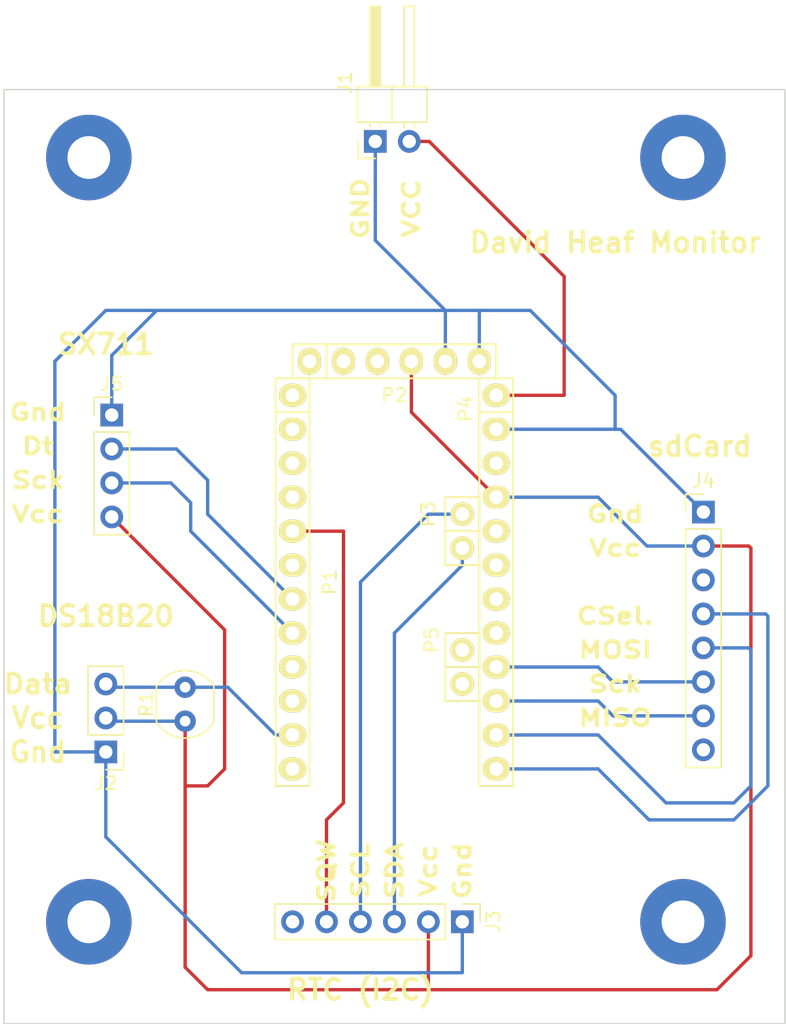
<source format=kicad_pcb>
(kicad_pcb (version 20171130) (host pcbnew 5.0.2+dfsg1-1~bpo9+1)

  (general
    (thickness 1.6)
    (drawings 40)
    (tracks 93)
    (zones 0)
    (modules 15)
    (nets 35)
  )

  (page A4)
  (title_block
    (title "DH Monitor Arduino Pro mini breakout")
    (date 2019-03-25)
    (rev 0.1)
  )

  (layers
    (0 F.Cu signal)
    (31 B.Cu signal)
    (32 B.Adhes user)
    (33 F.Adhes user)
    (34 B.Paste user)
    (35 F.Paste user)
    (36 B.SilkS user)
    (37 F.SilkS user)
    (38 B.Mask user)
    (39 F.Mask user)
    (40 Dwgs.User user)
    (41 Cmts.User user)
    (42 Eco1.User user hide)
    (43 Eco2.User user)
    (44 Edge.Cuts user)
    (45 Margin user)
    (46 B.CrtYd user)
    (47 F.CrtYd user)
    (48 B.Fab user)
    (49 F.Fab user)
  )

  (setup
    (last_trace_width 0.25)
    (trace_clearance 0.2)
    (zone_clearance 0.508)
    (zone_45_only no)
    (trace_min 0.2)
    (segment_width 0.15)
    (edge_width 0.1)
    (via_size 0.6)
    (via_drill 0.4)
    (via_min_size 0.4)
    (via_min_drill 0.3)
    (uvia_size 0.3)
    (uvia_drill 0.1)
    (uvias_allowed no)
    (uvia_min_size 0.2)
    (uvia_min_drill 0.1)
    (pcb_text_width 0.3)
    (pcb_text_size 1.5 1.5)
    (mod_edge_width 0.15)
    (mod_text_size 1 1)
    (mod_text_width 0.15)
    (pad_size 1.5 1.5)
    (pad_drill 0.6)
    (pad_to_mask_clearance 0)
    (solder_mask_min_width 0.25)
    (aux_axis_origin 116.84 132.08)
    (visible_elements FFFFFF7F)
    (pcbplotparams
      (layerselection 0x010f0_ffffffff)
      (usegerberextensions false)
      (usegerberattributes false)
      (usegerberadvancedattributes false)
      (creategerberjobfile false)
      (excludeedgelayer true)
      (linewidth 0.100000)
      (plotframeref false)
      (viasonmask false)
      (mode 1)
      (useauxorigin false)
      (hpglpennumber 1)
      (hpglpenspeed 20)
      (hpglpendiameter 15.000000)
      (psnegative false)
      (psa4output false)
      (plotreference true)
      (plotvalue true)
      (plotinvisibletext false)
      (padsonsilk false)
      (subtractmaskfromsilk false)
      (outputformat 1)
      (mirror false)
      (drillshape 0)
      (scaleselection 1)
      (outputdirectory ""))
  )

  (net 0 "")
  (net 1 "/1(Tx)")
  (net 2 "/0(Rx)")
  (net 3 /Reset)
  (net 4 /2)
  (net 5 "/3(**)")
  (net 6 /4)
  (net 7 "/5(**)")
  (net 8 "/6(**)")
  (net 9 /7)
  (net 10 /8)
  (net 11 "/9(**)")
  (net 12 /DTR)
  (net 13 /A5)
  (net 14 /A4)
  (net 15 /RAW)
  (net 16 "/13(SCK)")
  (net 17 "/12(MISO)")
  (net 18 "/10(**/SS)")
  (net 19 /A7)
  (net 20 /A6)
  (net 21 "Net-(P1-Pad1)")
  (net 22 "Net-(P1-Pad2)")
  (net 23 "Net-(P1-Pad4)")
  (net 24 "Net-(P4-Pad3)")
  (net 25 "Net-(P4-Pad5)")
  (net 26 "Net-(P4-Pad6)")
  (net 27 "Net-(P4-Pad7)")
  (net 28 "Net-(P4-Pad8)")
  (net 29 "Net-(J3-Pad6)")
  (net 30 "Net-(J4-Pad3)")
  (net 31 "Net-(J4-Pad8)")
  (net 32 "Net-(J4-Pad4)")
  (net 33 /Gnd)
  (net 34 /Vcc)

  (net_class Default "This is the default net class."
    (clearance 0.2)
    (trace_width 0.25)
    (via_dia 0.6)
    (via_drill 0.4)
    (uvia_dia 0.3)
    (uvia_drill 0.1)
    (add_net "/0(Rx)")
    (add_net "/1(Tx)")
    (add_net "/10(**/SS)")
    (add_net "/12(MISO)")
    (add_net "/13(SCK)")
    (add_net /2)
    (add_net "/3(**)")
    (add_net /4)
    (add_net "/5(**)")
    (add_net "/6(**)")
    (add_net /7)
    (add_net /8)
    (add_net "/9(**)")
    (add_net /A4)
    (add_net /A5)
    (add_net /A6)
    (add_net /A7)
    (add_net /DTR)
    (add_net /Gnd)
    (add_net /RAW)
    (add_net /Reset)
    (add_net /Vcc)
    (add_net "Net-(J3-Pad6)")
    (add_net "Net-(J4-Pad3)")
    (add_net "Net-(J4-Pad4)")
    (add_net "Net-(J4-Pad8)")
    (add_net "Net-(P1-Pad1)")
    (add_net "Net-(P1-Pad2)")
    (add_net "Net-(P1-Pad4)")
    (add_net "Net-(P4-Pad3)")
    (add_net "Net-(P4-Pad5)")
    (add_net "Net-(P4-Pad6)")
    (add_net "Net-(P4-Pad7)")
    (add_net "Net-(P4-Pad8)")
  )

  (module Socket_Arduino_Pro_Mini:Socket_Strip_Arduino_1x12 locked (layer F.Cu) (tedit 55216A20) (tstamp 552111CC)
    (at 138.43 85.09 270)
    (descr "Through hole socket strip")
    (tags "socket strip")
    (path /56D754D1)
    (fp_text reference P1 (at 13.97 -2.794 270) (layer F.SilkS)
      (effects (font (size 1 1) (thickness 0.15)))
    )
    (fp_text value Digital (at 18.034 -2.794 270) (layer F.Fab)
      (effects (font (size 1 1) (thickness 0.15)))
    )
    (fp_line (start 1.27 -1.27) (end -1.27 -1.27) (layer F.SilkS) (width 0.15))
    (fp_line (start -1.27 -1.27) (end -1.27 1.27) (layer F.SilkS) (width 0.15))
    (fp_line (start -1.27 1.27) (end 1.27 1.27) (layer F.SilkS) (width 0.15))
    (fp_line (start -1.75 -1.75) (end -1.75 1.75) (layer F.CrtYd) (width 0.05))
    (fp_line (start 29.7 -1.75) (end 29.7 1.75) (layer F.CrtYd) (width 0.05))
    (fp_line (start -1.75 -1.75) (end 29.7 -1.75) (layer F.CrtYd) (width 0.05))
    (fp_line (start -1.75 1.75) (end 29.7 1.75) (layer F.CrtYd) (width 0.05))
    (fp_line (start 1.27 1.27) (end 29.21 1.27) (layer F.SilkS) (width 0.15))
    (fp_line (start 29.21 1.27) (end 29.21 -1.27) (layer F.SilkS) (width 0.15))
    (fp_line (start 29.21 -1.27) (end 1.27 -1.27) (layer F.SilkS) (width 0.15))
    (fp_line (start 1.27 1.27) (end 1.27 -1.27) (layer F.SilkS) (width 0.15))
    (pad 1 thru_hole oval (at 0 0 270) (size 1.7272 2.032) (drill 1.016) (layers *.Cu *.Mask F.SilkS)
      (net 21 "Net-(P1-Pad1)"))
    (pad 2 thru_hole oval (at 2.54 0 270) (size 1.7272 2.032) (drill 1.016) (layers *.Cu *.Mask F.SilkS)
      (net 22 "Net-(P1-Pad2)"))
    (pad 3 thru_hole oval (at 5.08 0 270) (size 1.7272 2.032) (drill 1.016) (layers *.Cu *.Mask F.SilkS)
      (net 3 /Reset))
    (pad 4 thru_hole oval (at 7.62 0 270) (size 1.7272 2.032) (drill 1.016) (layers *.Cu *.Mask F.SilkS)
      (net 23 "Net-(P1-Pad4)"))
    (pad 5 thru_hole oval (at 10.16 0 270) (size 1.7272 2.032) (drill 1.016) (layers *.Cu *.Mask F.SilkS)
      (net 4 /2))
    (pad 6 thru_hole oval (at 12.7 0 270) (size 1.7272 2.032) (drill 1.016) (layers *.Cu *.Mask F.SilkS)
      (net 5 "/3(**)"))
    (pad 7 thru_hole oval (at 15.24 0 270) (size 1.7272 2.032) (drill 1.016) (layers *.Cu *.Mask F.SilkS)
      (net 6 /4))
    (pad 8 thru_hole oval (at 17.78 0 270) (size 1.7272 2.032) (drill 1.016) (layers *.Cu *.Mask F.SilkS)
      (net 7 "/5(**)"))
    (pad 9 thru_hole oval (at 20.32 0 270) (size 1.7272 2.032) (drill 1.016) (layers *.Cu *.Mask F.SilkS)
      (net 8 "/6(**)"))
    (pad 10 thru_hole oval (at 22.86 0 270) (size 1.7272 2.032) (drill 1.016) (layers *.Cu *.Mask F.SilkS)
      (net 9 /7))
    (pad 11 thru_hole oval (at 25.4 0 270) (size 1.7272 2.032) (drill 1.016) (layers *.Cu *.Mask F.SilkS)
      (net 10 /8))
    (pad 12 thru_hole oval (at 27.94 0 270) (size 1.7272 2.032) (drill 1.016) (layers *.Cu *.Mask F.SilkS)
      (net 11 "/9(**)"))
    (model ${KIPRJMOD}/Socket_Arduino_Pro_Mini.3dshapes/Socket_header_Arduino_1x12.wrl
      (offset (xyz 13.96999979019165 0 0))
      (scale (xyz 1 1 1))
      (rotate (xyz 0 0 180))
    )
  )

  (module Socket_Arduino_Pro_Mini:Socket_Strip_Arduino_1x06 locked (layer F.Cu) (tedit 55211244) (tstamp 552111E1)
    (at 139.7 82.55)
    (descr "Through hole socket strip")
    (tags "socket strip")
    (path /56D75238)
    (fp_text reference P2 (at 6.35 2.54) (layer F.SilkS)
      (effects (font (size 1 1) (thickness 0.15)))
    )
    (fp_text value COM (at 6.35 3.81) (layer F.Fab)
      (effects (font (size 1 1) (thickness 0.15)))
    )
    (fp_line (start 1.27 -1.27) (end -1.27 -1.27) (layer F.SilkS) (width 0.15))
    (fp_line (start -1.27 -1.27) (end -1.27 1.27) (layer F.SilkS) (width 0.15))
    (fp_line (start -1.27 1.27) (end 1.27 1.27) (layer F.SilkS) (width 0.15))
    (fp_line (start -1.75 -1.75) (end -1.75 1.75) (layer F.CrtYd) (width 0.05))
    (fp_line (start 14.45 -1.75) (end 14.45 1.75) (layer F.CrtYd) (width 0.05))
    (fp_line (start -1.75 -1.75) (end 14.45 -1.75) (layer F.CrtYd) (width 0.05))
    (fp_line (start -1.75 1.75) (end 14.45 1.75) (layer F.CrtYd) (width 0.05))
    (fp_line (start 1.27 1.27) (end 13.97 1.27) (layer F.SilkS) (width 0.15))
    (fp_line (start 13.97 1.27) (end 13.97 -1.27) (layer F.SilkS) (width 0.15))
    (fp_line (start 13.97 -1.27) (end 1.27 -1.27) (layer F.SilkS) (width 0.15))
    (fp_line (start 1.27 1.27) (end 1.27 -1.27) (layer F.SilkS) (width 0.15))
    (pad 1 thru_hole oval (at 0 0) (size 1.7272 2.032) (drill 1.016) (layers *.Cu *.Mask F.SilkS)
      (net 12 /DTR))
    (pad 2 thru_hole oval (at 2.54 0) (size 1.7272 2.032) (drill 1.016) (layers *.Cu *.Mask F.SilkS)
      (net 1 "/1(Tx)"))
    (pad 3 thru_hole oval (at 5.08 0) (size 1.7272 2.032) (drill 1.016) (layers *.Cu *.Mask F.SilkS)
      (net 2 "/0(Rx)"))
    (pad 4 thru_hole oval (at 7.62 0) (size 1.7272 2.032) (drill 1.016) (layers *.Cu *.Mask F.SilkS)
      (net 34 /Vcc))
    (pad 5 thru_hole oval (at 10.16 0) (size 1.7272 2.032) (drill 1.016) (layers *.Cu *.Mask F.SilkS)
      (net 33 /Gnd))
    (pad 6 thru_hole oval (at 12.7 0) (size 1.7272 2.032) (drill 1.016) (layers *.Cu *.Mask F.SilkS)
      (net 33 /Gnd))
  )

  (module Socket_Arduino_Pro_Mini:Socket_Strip_Arduino_1x02 locked (layer F.Cu) (tedit 55211235) (tstamp 552111F2)
    (at 151.13 93.98 270)
    (descr "Through hole socket strip")
    (tags "socket strip")
    (path /56D74FB3)
    (fp_text reference P3 (at 0 2.54 270) (layer F.SilkS)
      (effects (font (size 1 1) (thickness 0.15)))
    )
    (fp_text value ADC (at 2.54 2.54 270) (layer F.Fab)
      (effects (font (size 1 1) (thickness 0.15)))
    )
    (fp_line (start 1.27 -1.27) (end -1.27 -1.27) (layer F.SilkS) (width 0.15))
    (fp_line (start -1.27 -1.27) (end -1.27 1.27) (layer F.SilkS) (width 0.15))
    (fp_line (start -1.27 1.27) (end 1.27 1.27) (layer F.SilkS) (width 0.15))
    (fp_line (start 3.81 1.27) (end 1.27 1.27) (layer F.SilkS) (width 0.15))
    (fp_line (start -1.75 -1.75) (end -1.75 1.75) (layer F.CrtYd) (width 0.05))
    (fp_line (start 4.3 -1.75) (end 4.3 1.75) (layer F.CrtYd) (width 0.05))
    (fp_line (start -1.75 -1.75) (end 4.3 -1.75) (layer F.CrtYd) (width 0.05))
    (fp_line (start -1.75 1.75) (end 4.3 1.75) (layer F.CrtYd) (width 0.05))
    (fp_line (start 1.27 1.27) (end 1.27 -1.27) (layer F.SilkS) (width 0.15))
    (fp_line (start 1.27 -1.27) (end 3.81 -1.27) (layer F.SilkS) (width 0.15))
    (fp_line (start 3.81 -1.27) (end 3.81 1.27) (layer F.SilkS) (width 0.15))
    (pad 1 thru_hole circle (at 0 0 270) (size 1.778 1.778) (drill 1.016) (layers *.Cu *.Mask F.SilkS)
      (net 13 /A5))
    (pad 2 thru_hole circle (at 2.54 0 270) (size 1.778 1.778) (drill 1.016) (layers *.Cu *.Mask F.SilkS)
      (net 14 /A4))
  )

  (module Socket_Arduino_Pro_Mini:Socket_Strip_Arduino_1x12 locked (layer F.Cu) (tedit 5521133F) (tstamp 5521120D)
    (at 153.67 85.09 270)
    (descr "Through hole socket strip")
    (tags "socket strip")
    (path /56D755F3)
    (fp_text reference P4 (at 1.016 2.286 270) (layer F.SilkS)
      (effects (font (size 1 1) (thickness 0.15)))
    )
    (fp_text value Analog (at 4.826 2.54 270) (layer F.Fab)
      (effects (font (size 1 1) (thickness 0.15)))
    )
    (fp_line (start 1.27 -1.27) (end -1.27 -1.27) (layer F.SilkS) (width 0.15))
    (fp_line (start -1.27 -1.27) (end -1.27 1.27) (layer F.SilkS) (width 0.15))
    (fp_line (start -1.27 1.27) (end 1.27 1.27) (layer F.SilkS) (width 0.15))
    (fp_line (start -1.75 -1.75) (end -1.75 1.75) (layer F.CrtYd) (width 0.05))
    (fp_line (start 29.7 -1.75) (end 29.7 1.75) (layer F.CrtYd) (width 0.05))
    (fp_line (start -1.75 -1.75) (end 29.7 -1.75) (layer F.CrtYd) (width 0.05))
    (fp_line (start -1.75 1.75) (end 29.7 1.75) (layer F.CrtYd) (width 0.05))
    (fp_line (start 1.27 1.27) (end 29.21 1.27) (layer F.SilkS) (width 0.15))
    (fp_line (start 29.21 1.27) (end 29.21 -1.27) (layer F.SilkS) (width 0.15))
    (fp_line (start 29.21 -1.27) (end 1.27 -1.27) (layer F.SilkS) (width 0.15))
    (fp_line (start 1.27 1.27) (end 1.27 -1.27) (layer F.SilkS) (width 0.15))
    (pad 1 thru_hole oval (at 0 0 270) (size 1.7272 2.032) (drill 1.016) (layers *.Cu *.Mask F.SilkS)
      (net 15 /RAW))
    (pad 2 thru_hole oval (at 2.54 0 270) (size 1.7272 2.032) (drill 1.016) (layers *.Cu *.Mask F.SilkS)
      (net 33 /Gnd))
    (pad 3 thru_hole oval (at 5.08 0 270) (size 1.7272 2.032) (drill 1.016) (layers *.Cu *.Mask F.SilkS)
      (net 24 "Net-(P4-Pad3)"))
    (pad 4 thru_hole oval (at 7.62 0 270) (size 1.7272 2.032) (drill 1.016) (layers *.Cu *.Mask F.SilkS)
      (net 34 /Vcc))
    (pad 5 thru_hole oval (at 10.16 0 270) (size 1.7272 2.032) (drill 1.016) (layers *.Cu *.Mask F.SilkS)
      (net 25 "Net-(P4-Pad5)"))
    (pad 6 thru_hole oval (at 12.7 0 270) (size 1.7272 2.032) (drill 1.016) (layers *.Cu *.Mask F.SilkS)
      (net 26 "Net-(P4-Pad6)"))
    (pad 7 thru_hole oval (at 15.24 0 270) (size 1.7272 2.032) (drill 1.016) (layers *.Cu *.Mask F.SilkS)
      (net 27 "Net-(P4-Pad7)"))
    (pad 8 thru_hole oval (at 17.78 0 270) (size 1.7272 2.032) (drill 1.016) (layers *.Cu *.Mask F.SilkS)
      (net 28 "Net-(P4-Pad8)"))
    (pad 9 thru_hole oval (at 20.32 0 270) (size 1.7272 2.032) (drill 1.016) (layers *.Cu *.Mask F.SilkS)
      (net 16 "/13(SCK)"))
    (pad 10 thru_hole oval (at 22.86 0 270) (size 1.7272 2.032) (drill 1.016) (layers *.Cu *.Mask F.SilkS)
      (net 17 "/12(MISO)"))
    (pad 11 thru_hole oval (at 25.4 0 270) (size 1.7272 2.032) (drill 1.016) (layers *.Cu *.Mask F.SilkS)
      (net 18 "/10(**/SS)"))
    (pad 12 thru_hole oval (at 27.94 0 270) (size 1.7272 2.032) (drill 1.016) (layers *.Cu *.Mask F.SilkS)
      (net 32 "Net-(J4-Pad4)"))
    (model ${KIPRJMOD}/Socket_Arduino_Pro_Mini.3dshapes/Socket_header_Arduino_1x12.wrl
      (offset (xyz 13.96999979019165 0 0))
      (scale (xyz 1 1 1))
      (rotate (xyz 0 0 180))
    )
  )

  (module Socket_Arduino_Pro_Mini:Socket_Strip_Arduino_1x02 locked (layer F.Cu) (tedit 55211334) (tstamp 55211431)
    (at 151.13 104.14 270)
    (descr "Through hole socket strip")
    (tags "socket strip")
    (path /56D7505C)
    (fp_text reference P5 (at -0.762 2.286 270) (layer F.SilkS)
      (effects (font (size 1 1) (thickness 0.15)))
    )
    (fp_text value ADC (at 2.032 2.286 270) (layer F.Fab)
      (effects (font (size 1 1) (thickness 0.15)))
    )
    (fp_line (start 1.27 -1.27) (end -1.27 -1.27) (layer F.SilkS) (width 0.15))
    (fp_line (start -1.27 -1.27) (end -1.27 1.27) (layer F.SilkS) (width 0.15))
    (fp_line (start -1.27 1.27) (end 1.27 1.27) (layer F.SilkS) (width 0.15))
    (fp_line (start 3.81 1.27) (end 1.27 1.27) (layer F.SilkS) (width 0.15))
    (fp_line (start -1.75 -1.75) (end -1.75 1.75) (layer F.CrtYd) (width 0.05))
    (fp_line (start 4.3 -1.75) (end 4.3 1.75) (layer F.CrtYd) (width 0.05))
    (fp_line (start -1.75 -1.75) (end 4.3 -1.75) (layer F.CrtYd) (width 0.05))
    (fp_line (start -1.75 1.75) (end 4.3 1.75) (layer F.CrtYd) (width 0.05))
    (fp_line (start 1.27 1.27) (end 1.27 -1.27) (layer F.SilkS) (width 0.15))
    (fp_line (start 1.27 -1.27) (end 3.81 -1.27) (layer F.SilkS) (width 0.15))
    (fp_line (start 3.81 -1.27) (end 3.81 1.27) (layer F.SilkS) (width 0.15))
    (pad 1 thru_hole circle (at 0 0 270) (size 1.778 1.778) (drill 1.016) (layers *.Cu *.Mask F.SilkS)
      (net 19 /A7))
    (pad 2 thru_hole circle (at 2.54 0 270) (size 1.778 1.778) (drill 1.016) (layers *.Cu *.Mask F.SilkS)
      (net 20 /A6))
  )

  (module Connector_PinHeader_2.54mm:PinHeader_1x02_P2.54mm_Horizontal (layer F.Cu) (tedit 59FED5CB) (tstamp 5CB2D89F)
    (at 144.620001 66.104998 90)
    (descr "Through hole angled pin header, 1x02, 2.54mm pitch, 6mm pin length, single row")
    (tags "Through hole angled pin header THT 1x02 2.54mm single row")
    (path /5C9941D4)
    (fp_text reference J1 (at 4.385 -2.27 90) (layer F.SilkS)
      (effects (font (size 1 1) (thickness 0.15)))
    )
    (fp_text value Power (at 4.385 4.81 90) (layer F.Fab)
      (effects (font (size 1 1) (thickness 0.15)))
    )
    (fp_line (start 2.135 -1.27) (end 4.04 -1.27) (layer F.Fab) (width 0.1))
    (fp_line (start 4.04 -1.27) (end 4.04 3.81) (layer F.Fab) (width 0.1))
    (fp_line (start 4.04 3.81) (end 1.5 3.81) (layer F.Fab) (width 0.1))
    (fp_line (start 1.5 3.81) (end 1.5 -0.635) (layer F.Fab) (width 0.1))
    (fp_line (start 1.5 -0.635) (end 2.135 -1.27) (layer F.Fab) (width 0.1))
    (fp_line (start -0.32 -0.32) (end 1.5 -0.32) (layer F.Fab) (width 0.1))
    (fp_line (start -0.32 -0.32) (end -0.32 0.32) (layer F.Fab) (width 0.1))
    (fp_line (start -0.32 0.32) (end 1.5 0.32) (layer F.Fab) (width 0.1))
    (fp_line (start 4.04 -0.32) (end 10.04 -0.32) (layer F.Fab) (width 0.1))
    (fp_line (start 10.04 -0.32) (end 10.04 0.32) (layer F.Fab) (width 0.1))
    (fp_line (start 4.04 0.32) (end 10.04 0.32) (layer F.Fab) (width 0.1))
    (fp_line (start -0.32 2.22) (end 1.5 2.22) (layer F.Fab) (width 0.1))
    (fp_line (start -0.32 2.22) (end -0.32 2.86) (layer F.Fab) (width 0.1))
    (fp_line (start -0.32 2.86) (end 1.5 2.86) (layer F.Fab) (width 0.1))
    (fp_line (start 4.04 2.22) (end 10.04 2.22) (layer F.Fab) (width 0.1))
    (fp_line (start 10.04 2.22) (end 10.04 2.86) (layer F.Fab) (width 0.1))
    (fp_line (start 4.04 2.86) (end 10.04 2.86) (layer F.Fab) (width 0.1))
    (fp_line (start 1.44 -1.33) (end 1.44 3.87) (layer F.SilkS) (width 0.12))
    (fp_line (start 1.44 3.87) (end 4.1 3.87) (layer F.SilkS) (width 0.12))
    (fp_line (start 4.1 3.87) (end 4.1 -1.33) (layer F.SilkS) (width 0.12))
    (fp_line (start 4.1 -1.33) (end 1.44 -1.33) (layer F.SilkS) (width 0.12))
    (fp_line (start 4.1 -0.38) (end 10.1 -0.38) (layer F.SilkS) (width 0.12))
    (fp_line (start 10.1 -0.38) (end 10.1 0.38) (layer F.SilkS) (width 0.12))
    (fp_line (start 10.1 0.38) (end 4.1 0.38) (layer F.SilkS) (width 0.12))
    (fp_line (start 4.1 -0.32) (end 10.1 -0.32) (layer F.SilkS) (width 0.12))
    (fp_line (start 4.1 -0.2) (end 10.1 -0.2) (layer F.SilkS) (width 0.12))
    (fp_line (start 4.1 -0.08) (end 10.1 -0.08) (layer F.SilkS) (width 0.12))
    (fp_line (start 4.1 0.04) (end 10.1 0.04) (layer F.SilkS) (width 0.12))
    (fp_line (start 4.1 0.16) (end 10.1 0.16) (layer F.SilkS) (width 0.12))
    (fp_line (start 4.1 0.28) (end 10.1 0.28) (layer F.SilkS) (width 0.12))
    (fp_line (start 1.11 -0.38) (end 1.44 -0.38) (layer F.SilkS) (width 0.12))
    (fp_line (start 1.11 0.38) (end 1.44 0.38) (layer F.SilkS) (width 0.12))
    (fp_line (start 1.44 1.27) (end 4.1 1.27) (layer F.SilkS) (width 0.12))
    (fp_line (start 4.1 2.16) (end 10.1 2.16) (layer F.SilkS) (width 0.12))
    (fp_line (start 10.1 2.16) (end 10.1 2.92) (layer F.SilkS) (width 0.12))
    (fp_line (start 10.1 2.92) (end 4.1 2.92) (layer F.SilkS) (width 0.12))
    (fp_line (start 1.042929 2.16) (end 1.44 2.16) (layer F.SilkS) (width 0.12))
    (fp_line (start 1.042929 2.92) (end 1.44 2.92) (layer F.SilkS) (width 0.12))
    (fp_line (start -1.27 0) (end -1.27 -1.27) (layer F.SilkS) (width 0.12))
    (fp_line (start -1.27 -1.27) (end 0 -1.27) (layer F.SilkS) (width 0.12))
    (fp_line (start -1.8 -1.8) (end -1.8 4.35) (layer F.CrtYd) (width 0.05))
    (fp_line (start -1.8 4.35) (end 10.55 4.35) (layer F.CrtYd) (width 0.05))
    (fp_line (start 10.55 4.35) (end 10.55 -1.8) (layer F.CrtYd) (width 0.05))
    (fp_line (start 10.55 -1.8) (end -1.8 -1.8) (layer F.CrtYd) (width 0.05))
    (fp_text user %R (at 2.77 1.27 180) (layer F.Fab)
      (effects (font (size 1 1) (thickness 0.15)))
    )
    (pad 1 thru_hole rect (at 0 0 90) (size 1.7 1.7) (drill 1) (layers *.Cu *.Mask)
      (net 33 /Gnd))
    (pad 2 thru_hole oval (at 0 2.54 90) (size 1.7 1.7) (drill 1) (layers *.Cu *.Mask)
      (net 15 /RAW))
    (model ${KISYS3DMOD}/Connector_PinHeader_2.54mm.3dshapes/PinHeader_1x02_P2.54mm_Horizontal.wrl
      (at (xyz 0 0 0))
      (scale (xyz 1 1 1))
      (rotate (xyz 0 0 0))
    )
  )

  (module Connector_PinHeader_2.54mm:PinHeader_1x03_P2.54mm_Vertical (layer F.Cu) (tedit 59FED5CC) (tstamp 5CB2D8B6)
    (at 124.46 111.76 180)
    (descr "Through hole straight pin header, 1x03, 2.54mm pitch, single row")
    (tags "Through hole pin header THT 1x03 2.54mm single row")
    (path /5C99402E)
    (fp_text reference J2 (at 0 -2.33 180) (layer F.SilkS)
      (effects (font (size 1 1) (thickness 0.15)))
    )
    (fp_text value DS18B20 (at 0 7.41 180) (layer F.Fab)
      (effects (font (size 1 1) (thickness 0.15)))
    )
    (fp_line (start -0.635 -1.27) (end 1.27 -1.27) (layer F.Fab) (width 0.1))
    (fp_line (start 1.27 -1.27) (end 1.27 6.35) (layer F.Fab) (width 0.1))
    (fp_line (start 1.27 6.35) (end -1.27 6.35) (layer F.Fab) (width 0.1))
    (fp_line (start -1.27 6.35) (end -1.27 -0.635) (layer F.Fab) (width 0.1))
    (fp_line (start -1.27 -0.635) (end -0.635 -1.27) (layer F.Fab) (width 0.1))
    (fp_line (start -1.33 6.41) (end 1.33 6.41) (layer F.SilkS) (width 0.12))
    (fp_line (start -1.33 1.27) (end -1.33 6.41) (layer F.SilkS) (width 0.12))
    (fp_line (start 1.33 1.27) (end 1.33 6.41) (layer F.SilkS) (width 0.12))
    (fp_line (start -1.33 1.27) (end 1.33 1.27) (layer F.SilkS) (width 0.12))
    (fp_line (start -1.33 0) (end -1.33 -1.33) (layer F.SilkS) (width 0.12))
    (fp_line (start -1.33 -1.33) (end 0 -1.33) (layer F.SilkS) (width 0.12))
    (fp_line (start -1.8 -1.8) (end -1.8 6.85) (layer F.CrtYd) (width 0.05))
    (fp_line (start -1.8 6.85) (end 1.8 6.85) (layer F.CrtYd) (width 0.05))
    (fp_line (start 1.8 6.85) (end 1.8 -1.8) (layer F.CrtYd) (width 0.05))
    (fp_line (start 1.8 -1.8) (end -1.8 -1.8) (layer F.CrtYd) (width 0.05))
    (fp_text user %R (at 0 2.54 270) (layer F.Fab)
      (effects (font (size 1 1) (thickness 0.15)))
    )
    (pad 1 thru_hole rect (at 0 0 180) (size 1.7 1.7) (drill 1) (layers *.Cu *.Mask)
      (net 33 /Gnd))
    (pad 2 thru_hole oval (at 0 2.54 180) (size 1.7 1.7) (drill 1) (layers *.Cu *.Mask)
      (net 34 /Vcc))
    (pad 3 thru_hole oval (at 0 5.08 180) (size 1.7 1.7) (drill 1) (layers *.Cu *.Mask)
      (net 10 /8))
    (model ${KISYS3DMOD}/Connector_PinHeader_2.54mm.3dshapes/PinHeader_1x03_P2.54mm_Vertical.wrl
      (at (xyz 0 0 0))
      (scale (xyz 1 1 1))
      (rotate (xyz 0 0 0))
    )
  )

  (module Connector_PinHeader_2.54mm:PinHeader_1x06_P2.54mm_Vertical (layer F.Cu) (tedit 59FED5CC) (tstamp 5CB2D8D0)
    (at 151.13 124.46 270)
    (descr "Through hole straight pin header, 1x06, 2.54mm pitch, single row")
    (tags "Through hole pin header THT 1x06 2.54mm single row")
    (path /5C9943C4)
    (fp_text reference J3 (at 0 -2.33 270) (layer F.SilkS)
      (effects (font (size 1 1) (thickness 0.15)))
    )
    (fp_text value RTC (at 0 15.03 270) (layer F.Fab)
      (effects (font (size 1 1) (thickness 0.15)))
    )
    (fp_line (start -0.635 -1.27) (end 1.27 -1.27) (layer F.Fab) (width 0.1))
    (fp_line (start 1.27 -1.27) (end 1.27 13.97) (layer F.Fab) (width 0.1))
    (fp_line (start 1.27 13.97) (end -1.27 13.97) (layer F.Fab) (width 0.1))
    (fp_line (start -1.27 13.97) (end -1.27 -0.635) (layer F.Fab) (width 0.1))
    (fp_line (start -1.27 -0.635) (end -0.635 -1.27) (layer F.Fab) (width 0.1))
    (fp_line (start -1.33 14.03) (end 1.33 14.03) (layer F.SilkS) (width 0.12))
    (fp_line (start -1.33 1.27) (end -1.33 14.03) (layer F.SilkS) (width 0.12))
    (fp_line (start 1.33 1.27) (end 1.33 14.03) (layer F.SilkS) (width 0.12))
    (fp_line (start -1.33 1.27) (end 1.33 1.27) (layer F.SilkS) (width 0.12))
    (fp_line (start -1.33 0) (end -1.33 -1.33) (layer F.SilkS) (width 0.12))
    (fp_line (start -1.33 -1.33) (end 0 -1.33) (layer F.SilkS) (width 0.12))
    (fp_line (start -1.8 -1.8) (end -1.8 14.5) (layer F.CrtYd) (width 0.05))
    (fp_line (start -1.8 14.5) (end 1.8 14.5) (layer F.CrtYd) (width 0.05))
    (fp_line (start 1.8 14.5) (end 1.8 -1.8) (layer F.CrtYd) (width 0.05))
    (fp_line (start 1.8 -1.8) (end -1.8 -1.8) (layer F.CrtYd) (width 0.05))
    (fp_text user %R (at 0 6.35) (layer F.Fab)
      (effects (font (size 1 1) (thickness 0.15)))
    )
    (pad 1 thru_hole rect (at 0 0 270) (size 1.7 1.7) (drill 1) (layers *.Cu *.Mask)
      (net 33 /Gnd))
    (pad 2 thru_hole oval (at 0 2.54 270) (size 1.7 1.7) (drill 1) (layers *.Cu *.Mask)
      (net 34 /Vcc))
    (pad 3 thru_hole oval (at 0 5.08 270) (size 1.7 1.7) (drill 1) (layers *.Cu *.Mask)
      (net 14 /A4))
    (pad 4 thru_hole oval (at 0 7.62 270) (size 1.7 1.7) (drill 1) (layers *.Cu *.Mask)
      (net 13 /A5))
    (pad 5 thru_hole oval (at 0 10.16 270) (size 1.7 1.7) (drill 1) (layers *.Cu *.Mask)
      (net 4 /2))
    (pad 6 thru_hole oval (at 0 12.7 270) (size 1.7 1.7) (drill 1) (layers *.Cu *.Mask)
      (net 29 "Net-(J3-Pad6)"))
    (model ${KISYS3DMOD}/Connector_PinHeader_2.54mm.3dshapes/PinHeader_1x06_P2.54mm_Vertical.wrl
      (at (xyz 0 0 0))
      (scale (xyz 1 1 1))
      (rotate (xyz 0 0 0))
    )
  )

  (module Connector_PinHeader_2.54mm:PinHeader_1x08_P2.54mm_Vertical (layer F.Cu) (tedit 59FED5CC) (tstamp 5CB2D8EC)
    (at 169.165002 93.820001)
    (descr "Through hole straight pin header, 1x08, 2.54mm pitch, single row")
    (tags "Through hole pin header THT 1x08 2.54mm single row")
    (path /5C994542)
    (fp_text reference J4 (at 0 -2.33) (layer F.SilkS)
      (effects (font (size 1 1) (thickness 0.15)))
    )
    (fp_text value "SD Card Module" (at 0 20.11) (layer F.Fab)
      (effects (font (size 1 1) (thickness 0.15)))
    )
    (fp_line (start -0.635 -1.27) (end 1.27 -1.27) (layer F.Fab) (width 0.1))
    (fp_line (start 1.27 -1.27) (end 1.27 19.05) (layer F.Fab) (width 0.1))
    (fp_line (start 1.27 19.05) (end -1.27 19.05) (layer F.Fab) (width 0.1))
    (fp_line (start -1.27 19.05) (end -1.27 -0.635) (layer F.Fab) (width 0.1))
    (fp_line (start -1.27 -0.635) (end -0.635 -1.27) (layer F.Fab) (width 0.1))
    (fp_line (start -1.33 19.11) (end 1.33 19.11) (layer F.SilkS) (width 0.12))
    (fp_line (start -1.33 1.27) (end -1.33 19.11) (layer F.SilkS) (width 0.12))
    (fp_line (start 1.33 1.27) (end 1.33 19.11) (layer F.SilkS) (width 0.12))
    (fp_line (start -1.33 1.27) (end 1.33 1.27) (layer F.SilkS) (width 0.12))
    (fp_line (start -1.33 0) (end -1.33 -1.33) (layer F.SilkS) (width 0.12))
    (fp_line (start -1.33 -1.33) (end 0 -1.33) (layer F.SilkS) (width 0.12))
    (fp_line (start -1.8 -1.8) (end -1.8 19.55) (layer F.CrtYd) (width 0.05))
    (fp_line (start -1.8 19.55) (end 1.8 19.55) (layer F.CrtYd) (width 0.05))
    (fp_line (start 1.8 19.55) (end 1.8 -1.8) (layer F.CrtYd) (width 0.05))
    (fp_line (start 1.8 -1.8) (end -1.8 -1.8) (layer F.CrtYd) (width 0.05))
    (fp_text user %R (at 0 8.89 90) (layer F.Fab)
      (effects (font (size 1 1) (thickness 0.15)))
    )
    (pad 1 thru_hole rect (at 0 0) (size 1.7 1.7) (drill 1) (layers *.Cu *.Mask)
      (net 33 /Gnd))
    (pad 2 thru_hole oval (at 0 2.54) (size 1.7 1.7) (drill 1) (layers *.Cu *.Mask)
      (net 34 /Vcc))
    (pad 3 thru_hole oval (at 0 5.08) (size 1.7 1.7) (drill 1) (layers *.Cu *.Mask)
      (net 30 "Net-(J4-Pad3)"))
    (pad 4 thru_hole oval (at 0 7.62) (size 1.7 1.7) (drill 1) (layers *.Cu *.Mask)
      (net 32 "Net-(J4-Pad4)"))
    (pad 5 thru_hole oval (at 0 10.16) (size 1.7 1.7) (drill 1) (layers *.Cu *.Mask)
      (net 18 "/10(**/SS)"))
    (pad 6 thru_hole oval (at 0 12.7) (size 1.7 1.7) (drill 1) (layers *.Cu *.Mask)
      (net 16 "/13(SCK)"))
    (pad 7 thru_hole oval (at 0 15.24) (size 1.7 1.7) (drill 1) (layers *.Cu *.Mask)
      (net 17 "/12(MISO)"))
    (pad 8 thru_hole oval (at 0 17.78) (size 1.7 1.7) (drill 1) (layers *.Cu *.Mask)
      (net 31 "Net-(J4-Pad8)"))
    (model ${KISYS3DMOD}/Connector_PinHeader_2.54mm.3dshapes/PinHeader_1x08_P2.54mm_Vertical.wrl
      (at (xyz 0 0 0))
      (scale (xyz 1 1 1))
      (rotate (xyz 0 0 0))
    )
  )

  (module OptoDevice:R_LDR_4.9x4.2mm_P2.54mm_Vertical (layer F.Cu) (tedit 5B8603A6) (tstamp 5CB2D90C)
    (at 130.395002 109.460001 90)
    (descr "Resistor, LDR 4.9x4.2mm")
    (tags "Resistor LDR4.9x4.2")
    (path /5C9946A9)
    (fp_text reference R1 (at 1.27 -2.9 90) (layer F.SilkS)
      (effects (font (size 1 1) (thickness 0.15)))
    )
    (fp_text value 47k (at 1.17 3.1 90) (layer F.Fab)
      (effects (font (size 1 1) (thickness 0.15)))
    )
    (fp_text user %R (at 1.27 -2.9 90) (layer F.Fab)
      (effects (font (size 1 1) (thickness 0.15)))
    )
    (fp_line (start -0.05 2.15) (end 2.6 2.15) (layer F.SilkS) (width 0.12))
    (fp_line (start -0.05 -2.15) (end 2.6 -2.15) (layer F.SilkS) (width 0.12))
    (fp_line (start 0.87 -1.2) (end 2.17 -1.2) (layer F.Fab) (width 0.1))
    (fp_line (start 1.67 -0.6) (end 0.87 -0.6) (layer F.Fab) (width 0.1))
    (fp_line (start 0.87 0) (end 1.67 0) (layer F.Fab) (width 0.1))
    (fp_line (start 1.67 0.6) (end 0.87 0.6) (layer F.Fab) (width 0.1))
    (fp_line (start 0.37 1.2) (end 1.67 1.2) (layer F.Fab) (width 0.1))
    (fp_line (start 0.37 -1.8) (end 2.17 -1.8) (layer F.Fab) (width 0.1))
    (fp_line (start 2.17 -1.8) (end 2.17 -1.2) (layer F.Fab) (width 0.1))
    (fp_line (start 0.87 -1.2) (end 0.87 -0.6) (layer F.Fab) (width 0.1))
    (fp_line (start 1.67 -0.6) (end 1.67 0) (layer F.Fab) (width 0.1))
    (fp_line (start 0.87 0) (end 0.87 0.6) (layer F.Fab) (width 0.1))
    (fp_line (start 1.67 0.6) (end 1.67 1.2) (layer F.Fab) (width 0.1))
    (fp_line (start 0.37 1.2) (end 0.37 1.8) (layer F.Fab) (width 0.1))
    (fp_line (start 0.37 1.8) (end 2.17 1.8) (layer F.Fab) (width 0.1))
    (fp_line (start 2.57 2.1) (end -0.03 2.1) (layer F.Fab) (width 0.1))
    (fp_line (start -0.03 -2.1) (end 2.57 -2.1) (layer F.Fab) (width 0.1))
    (fp_line (start -1.45 -2.35) (end 3.99 -2.35) (layer F.CrtYd) (width 0.05))
    (fp_line (start -1.45 -2.35) (end -1.45 2.35) (layer F.CrtYd) (width 0.05))
    (fp_line (start 3.99 2.35) (end 3.99 -2.35) (layer F.CrtYd) (width 0.05))
    (fp_line (start 3.99 2.35) (end -1.45 2.35) (layer F.CrtYd) (width 0.05))
    (fp_arc (start 1.25 0) (end -0.05 2.15) (angle 117) (layer F.SilkS) (width 0.12))
    (fp_arc (start 1.25 0) (end 2.6 -2.15) (angle 115) (layer F.SilkS) (width 0.12))
    (fp_arc (start 1.27 0) (end 2.57 -2.1) (angle 115) (layer F.Fab) (width 0.1))
    (fp_arc (start 1.27 0) (end -0.03 2.1) (angle 115) (layer F.Fab) (width 0.1))
    (pad 1 thru_hole circle (at 0 0 90) (size 1.6 1.6) (drill 0.8) (layers *.Cu *.Mask)
      (net 34 /Vcc))
    (pad 2 thru_hole circle (at 2.54 0 90) (size 1.6 1.6) (drill 0.8) (layers *.Cu *.Mask)
      (net 10 /8))
    (model ${KISYS3DMOD}/OptoDevice.3dshapes/R_LDR_4.9x4.2mm_P2.54mm_Vertical.wrl
      (at (xyz 0 0 0))
      (scale (xyz 1 1 1))
      (rotate (xyz 0 0 0))
    )
  )

  (module Connector_PinHeader_2.54mm:PinHeader_1x04_P2.54mm_Vertical (layer F.Cu) (tedit 59FED5CC) (tstamp 5C9A1F0A)
    (at 124.905002 86.564998)
    (descr "Through hole straight pin header, 1x04, 2.54mm pitch, single row")
    (tags "Through hole pin header THT 1x04 2.54mm single row")
    (path /5C9A324B)
    (fp_text reference J5 (at 0 -2.33) (layer F.SilkS)
      (effects (font (size 1 1) (thickness 0.15)))
    )
    (fp_text value HX711 (at 0 9.95) (layer F.Fab)
      (effects (font (size 1 1) (thickness 0.15)))
    )
    (fp_line (start -0.635 -1.27) (end 1.27 -1.27) (layer F.Fab) (width 0.1))
    (fp_line (start 1.27 -1.27) (end 1.27 8.89) (layer F.Fab) (width 0.1))
    (fp_line (start 1.27 8.89) (end -1.27 8.89) (layer F.Fab) (width 0.1))
    (fp_line (start -1.27 8.89) (end -1.27 -0.635) (layer F.Fab) (width 0.1))
    (fp_line (start -1.27 -0.635) (end -0.635 -1.27) (layer F.Fab) (width 0.1))
    (fp_line (start -1.33 8.95) (end 1.33 8.95) (layer F.SilkS) (width 0.12))
    (fp_line (start -1.33 1.27) (end -1.33 8.95) (layer F.SilkS) (width 0.12))
    (fp_line (start 1.33 1.27) (end 1.33 8.95) (layer F.SilkS) (width 0.12))
    (fp_line (start -1.33 1.27) (end 1.33 1.27) (layer F.SilkS) (width 0.12))
    (fp_line (start -1.33 0) (end -1.33 -1.33) (layer F.SilkS) (width 0.12))
    (fp_line (start -1.33 -1.33) (end 0 -1.33) (layer F.SilkS) (width 0.12))
    (fp_line (start -1.8 -1.8) (end -1.8 9.4) (layer F.CrtYd) (width 0.05))
    (fp_line (start -1.8 9.4) (end 1.8 9.4) (layer F.CrtYd) (width 0.05))
    (fp_line (start 1.8 9.4) (end 1.8 -1.8) (layer F.CrtYd) (width 0.05))
    (fp_line (start 1.8 -1.8) (end -1.8 -1.8) (layer F.CrtYd) (width 0.05))
    (fp_text user %R (at 0 3.81 90) (layer F.Fab)
      (effects (font (size 1 1) (thickness 0.15)))
    )
    (pad 1 thru_hole rect (at 0 0) (size 1.7 1.7) (drill 1) (layers *.Cu *.Mask)
      (net 33 /Gnd))
    (pad 2 thru_hole oval (at 0 2.54) (size 1.7 1.7) (drill 1) (layers *.Cu *.Mask)
      (net 6 /4))
    (pad 3 thru_hole oval (at 0 5.08) (size 1.7 1.7) (drill 1) (layers *.Cu *.Mask)
      (net 7 "/5(**)"))
    (pad 4 thru_hole oval (at 0 7.62) (size 1.7 1.7) (drill 1) (layers *.Cu *.Mask)
      (net 34 /Vcc))
    (model ${KISYS3DMOD}/Connector_PinHeader_2.54mm.3dshapes/PinHeader_1x04_P2.54mm_Vertical.wrl
      (at (xyz 0 0 0))
      (scale (xyz 1 1 1))
      (rotate (xyz 0 0 0))
    )
  )

  (module MountingHole:MountingHole_3.2mm_M3_Pad (layer F.Cu) (tedit 5C9A2362) (tstamp 5CA6AB47)
    (at 123.19 67.31)
    (descr "Mounting Hole 3.2mm, M3")
    (tags "mounting hole 3.2mm m3")
    (attr virtual)
    (fp_text reference REF** (at 0 -4.2) (layer F.SilkS) hide
      (effects (font (size 1 1) (thickness 0.15)))
    )
    (fp_text value MountingHole_3.2mm_M3_Pad (at 0 4.2) (layer F.Fab) hide
      (effects (font (size 1 1) (thickness 0.15)))
    )
    (fp_circle (center 0 0) (end 3.45 0) (layer F.CrtYd) (width 0.05))
    (fp_circle (center 0 0) (end 3.2 0) (layer Cmts.User) (width 0.15))
    (fp_text user %R (at 0.3 0) (layer F.Fab)
      (effects (font (size 1 1) (thickness 0.15)))
    )
    (pad 1 thru_hole circle (at 0 0) (size 6.4 6.4) (drill 3.2) (layers *.Cu *.Mask))
  )

  (module MountingHole:MountingHole_3.2mm_M3_Pad (layer F.Cu) (tedit 5C9A2373) (tstamp 5CA6AE20)
    (at 167.64 67.31)
    (descr "Mounting Hole 3.2mm, M3")
    (tags "mounting hole 3.2mm m3")
    (attr virtual)
    (fp_text reference REF** (at 0 -4.2) (layer F.SilkS) hide
      (effects (font (size 1 1) (thickness 0.15)))
    )
    (fp_text value MountingHole_3.2mm_M3_Pad (at 0 4.2) (layer F.Fab) hide
      (effects (font (size 1 1) (thickness 0.15)))
    )
    (fp_circle (center 0 0) (end 3.45 0) (layer F.CrtYd) (width 0.05))
    (fp_circle (center 0 0) (end 3.2 0) (layer Cmts.User) (width 0.15))
    (fp_text user %R (at 0.3 0) (layer F.Fab)
      (effects (font (size 1 1) (thickness 0.15)))
    )
    (pad 1 thru_hole circle (at 0 0) (size 6.4 6.4) (drill 3.2) (layers *.Cu *.Mask))
  )

  (module MountingHole:MountingHole_3.2mm_M3_Pad (layer F.Cu) (tedit 5C9A2391) (tstamp 5CA6AF6A)
    (at 123.19 124.46)
    (descr "Mounting Hole 3.2mm, M3")
    (tags "mounting hole 3.2mm m3")
    (attr virtual)
    (fp_text reference REF** (at 0 -4.2) (layer F.SilkS) hide
      (effects (font (size 1 1) (thickness 0.15)))
    )
    (fp_text value MountingHole_3.2mm_M3_Pad (at 0 4.2) (layer F.Fab) hide
      (effects (font (size 1 1) (thickness 0.15)))
    )
    (fp_circle (center 0 0) (end 3.45 0) (layer F.CrtYd) (width 0.05))
    (fp_circle (center 0 0) (end 3.2 0) (layer Cmts.User) (width 0.15))
    (fp_text user %R (at 0.3 0) (layer F.Fab)
      (effects (font (size 1 1) (thickness 0.15)))
    )
    (pad 1 thru_hole circle (at 0 0) (size 6.4 6.4) (drill 3.2) (layers *.Cu *.Mask))
  )

  (module MountingHole:MountingHole_3.2mm_M3_Pad (layer F.Cu) (tedit 5C9A2386) (tstamp 5CA6AF9C)
    (at 167.64 124.46)
    (descr "Mounting Hole 3.2mm, M3")
    (tags "mounting hole 3.2mm m3")
    (attr virtual)
    (fp_text reference REF** (at 0 -4.2) (layer F.SilkS) hide
      (effects (font (size 1 1) (thickness 0.15)))
    )
    (fp_text value MountingHole_3.2mm_M3_Pad (at 0 4.2) (layer F.Fab) hide
      (effects (font (size 1 1) (thickness 0.15)))
    )
    (fp_circle (center 0 0) (end 3.45 0) (layer F.CrtYd) (width 0.05))
    (fp_circle (center 0 0) (end 3.2 0) (layer Cmts.User) (width 0.15))
    (fp_text user %R (at 0.3 0) (layer F.Fab)
      (effects (font (size 1 1) (thickness 0.15)))
    )
    (pad 1 thru_hole circle (at 0 0) (size 6.4 6.4) (drill 3.2) (layers *.Cu *.Mask))
  )

  (gr_text "David Heaf Monitor" (at 162.56 73.66) (layer F.SilkS)
    (effects (font (size 1.5 1.5) (thickness 0.3)))
  )
  (gr_text DS18B20 (at 124.46 101.6) (layer F.SilkS)
    (effects (font (size 1.5 1.5) (thickness 0.3)))
  )
  (gr_text SX711 (at 124.46 81.28) (layer F.SilkS)
    (effects (font (size 1.5 1.5) (thickness 0.3)))
  )
  (gr_text sdCard (at 168.91 88.9) (layer F.SilkS)
    (effects (font (size 1.5 1.5) (thickness 0.3)))
  )
  (gr_text "RTC (I2C)" (at 143.51 129.54) (layer F.SilkS)
    (effects (font (size 1.5 1.5) (thickness 0.3)))
  )
  (gr_text Dt (at 119.38 88.9) (layer F.SilkS)
    (effects (font (size 1.2 1.5) (thickness 0.3)))
  )
  (gr_text Sck (at 119.38 91.44) (layer F.SilkS)
    (effects (font (size 1.2 1.5) (thickness 0.3)))
  )
  (gr_text Vcc (at 119.38 93.98) (layer F.SilkS)
    (effects (font (size 1.2 1.5) (thickness 0.3)))
  )
  (gr_text Gnd (at 119.38 86.36) (layer F.SilkS)
    (effects (font (size 1.2 1.5) (thickness 0.3)))
  )
  (gr_text GND (at 143.51 71.12 90) (layer F.SilkS)
    (effects (font (size 1.2 1.5) (thickness 0.3)))
  )
  (gr_text VCC (at 147.32 71.12 90) (layer F.SilkS)
    (effects (font (size 1.2 1.5) (thickness 0.3)))
  )
  (gr_text SQW (at 140.97 120.65 90) (layer F.SilkS)
    (effects (font (size 1.2 1.5) (thickness 0.3)))
  )
  (gr_text SCL (at 143.51 120.65 90) (layer F.SilkS)
    (effects (font (size 1.2 1.5) (thickness 0.3)))
  )
  (gr_text SDA (at 146.05 120.65 90) (layer F.SilkS)
    (effects (font (size 1.2 1.5) (thickness 0.3)))
  )
  (gr_text Gnd (at 151.13 120.65 90) (layer F.SilkS)
    (effects (font (size 1.2 1.5) (thickness 0.3)))
  )
  (gr_text Vcc (at 148.59 120.65 90) (layer F.SilkS)
    (effects (font (size 1.2 1.5) (thickness 0.3)))
  )
  (gr_text MISO (at 162.56 109.22) (layer F.SilkS)
    (effects (font (size 1.2 1.5) (thickness 0.3)))
  )
  (gr_text Sck (at 162.56 106.68) (layer F.SilkS)
    (effects (font (size 1.2 1.5) (thickness 0.3)))
  )
  (gr_text MOSI (at 162.56 104.14) (layer F.SilkS)
    (effects (font (size 1.2 1.5) (thickness 0.3)))
  )
  (gr_text CSel. (at 162.56 101.6) (layer F.SilkS)
    (effects (font (size 1.2 1.5) (thickness 0.3)))
  )
  (gr_text Vcc (at 162.56 96.52) (layer F.SilkS)
    (effects (font (size 1.2 1.5) (thickness 0.3)))
  )
  (gr_text Gnd (at 162.56 93.98) (layer F.SilkS)
    (effects (font (size 1.2 1.5) (thickness 0.3)))
  )
  (gr_text Gnd (at 119.38 111.76) (layer F.SilkS)
    (effects (font (size 1.5 1.5) (thickness 0.3)))
  )
  (gr_text Vcc (at 119.38 109.22) (layer F.SilkS)
    (effects (font (size 1.5 1.5) (thickness 0.3)))
  )
  (gr_text Data (at 119.38 106.68) (layer F.SilkS)
    (effects (font (size 1.4 1.5) (thickness 0.3)))
  )
  (dimension 15.24 (width 0.3) (layer Eco1.User)
    (gr_text "15.240 mm" (at 146.05 118.94) (layer Eco1.User)
      (effects (font (size 1.5 1.5) (thickness 0.3)))
    )
    (feature1 (pts (xy 138.43 85.09) (xy 138.43 117.426421)))
    (feature2 (pts (xy 153.67 85.09) (xy 153.67 117.426421)))
    (crossbar (pts (xy 153.67 116.84) (xy 138.43 116.84)))
    (arrow1a (pts (xy 138.43 116.84) (xy 139.556504 116.253579)))
    (arrow1b (pts (xy 138.43 116.84) (xy 139.556504 117.426421)))
    (arrow2a (pts (xy 153.67 116.84) (xy 152.543496 116.253579)))
    (arrow2b (pts (xy 153.67 116.84) (xy 152.543496 117.426421)))
  )
  (dimension 11.43 (width 0.3) (layer Eco1.User)
    (gr_text "11.430 mm" (at 160.85 90.805 270) (layer Eco1.User)
      (effects (font (size 1.5 1.5) (thickness 0.3)))
    )
    (feature1 (pts (xy 153.67 96.52) (xy 159.336421 96.52)))
    (feature2 (pts (xy 153.67 85.09) (xy 159.336421 85.09)))
    (crossbar (pts (xy 158.75 85.09) (xy 158.75 96.52)))
    (arrow1a (pts (xy 158.75 96.52) (xy 158.163579 95.393496)))
    (arrow1b (pts (xy 158.75 96.52) (xy 159.336421 95.393496)))
    (arrow2a (pts (xy 158.75 85.09) (xy 158.163579 86.216504)))
    (arrow2b (pts (xy 158.75 85.09) (xy 159.336421 86.216504)))
  )
  (dimension 16.51 (width 0.3) (layer Eco1.User)
    (gr_text "16.510 mm" (at 160.85 104.775 90) (layer Eco1.User)
      (effects (font (size 1.5 1.5) (thickness 0.3)))
    )
    (feature1 (pts (xy 153.67 96.52) (xy 159.336421 96.52)))
    (feature2 (pts (xy 153.67 113.03) (xy 159.336421 113.03)))
    (crossbar (pts (xy 158.75 113.03) (xy 158.75 96.52)))
    (arrow1a (pts (xy 158.75 96.52) (xy 159.336421 97.646504)))
    (arrow1b (pts (xy 158.75 96.52) (xy 158.163579 97.646504)))
    (arrow2a (pts (xy 158.75 113.03) (xy 159.336421 111.903496)))
    (arrow2b (pts (xy 158.75 113.03) (xy 158.163579 111.903496)))
  )
  (dimension 2.54 (width 0.3) (layer Eco1.User)
    (gr_text "2.540 mm" (at 152.4 76.64) (layer Eco1.User)
      (effects (font (size 1.5 1.5) (thickness 0.3)))
    )
    (feature1 (pts (xy 151.13 95.25) (xy 151.13 78.153579)))
    (feature2 (pts (xy 153.67 95.25) (xy 153.67 78.153579)))
    (crossbar (pts (xy 153.67 78.74) (xy 151.13 78.74)))
    (arrow1a (pts (xy 151.13 78.74) (xy 152.256504 78.153579)))
    (arrow1b (pts (xy 151.13 78.74) (xy 152.256504 79.326421)))
    (arrow2a (pts (xy 153.67 78.74) (xy 152.543496 78.153579)))
    (arrow2b (pts (xy 153.67 78.74) (xy 152.543496 79.326421)))
  )
  (gr_text 1 (at 136.525 85.217) (layer Dwgs.User)
    (effects (font (size 1.5 1.5) (thickness 0.3)))
  )
  (gr_line (start 143.51 113.03) (end 143.51 107.95) (angle 90) (layer Dwgs.User) (width 0.15))
  (gr_line (start 148.59 113.03) (end 143.51 113.03) (angle 90) (layer Dwgs.User) (width 0.15))
  (gr_line (start 148.59 107.95) (end 148.59 113.03) (angle 90) (layer Dwgs.User) (width 0.15))
  (gr_line (start 143.51 107.95) (end 148.59 107.95) (angle 90) (layer Dwgs.User) (width 0.15))
  (gr_circle (center 146.05 110.49) (end 144.78 110.49) (layer Dwgs.User) (width 0.15))
  (gr_line (start 139.7 114.3) (end 137.16 114.3) (angle 90) (layer Dwgs.User) (width 0.2))
  (gr_line (start 116.84 132.08) (end 175.26 132.08) (angle 90) (layer Edge.Cuts) (width 0.1))
  (gr_line (start 175.26 62.23) (end 175.26 132.08) (angle 90) (layer Edge.Cuts) (width 0.1))
  (gr_line (start 116.84 62.23) (end 175.26 62.23) (angle 90) (layer Edge.Cuts) (width 0.1))
  (gr_line (start 116.84 62.23) (end 116.84 132.08) (angle 90) (layer Edge.Cuts) (width 0.1))

  (segment (start 138.43 95.25) (end 142.24 95.25) (width 0.25) (layer F.Cu) (net 4) (status 400010))
  (segment (start 140.97 116.84) (end 140.97 124.46) (width 0.25) (layer F.Cu) (net 4) (tstamp 5CB2FB38) (status 800020))
  (segment (start 142.24 115.57) (end 140.97 116.84) (width 0.25) (layer F.Cu) (net 4) (tstamp 5CB2FB37))
  (segment (start 142.24 95.25) (end 142.24 115.57) (width 0.25) (layer F.Cu) (net 4) (tstamp 5CB2FB36))
  (segment (start 124.905002 89.104998) (end 129.744998 89.104998) (width 0.25) (layer B.Cu) (net 6) (status 400000))
  (segment (start 132.08 93.98) (end 138.43 100.33) (width 0.25) (layer B.Cu) (net 6) (tstamp 5C9A1D3C) (status 800000))
  (segment (start 132.08 91.44) (end 132.08 93.98) (width 0.25) (layer B.Cu) (net 6) (tstamp 5C9A1D35))
  (segment (start 129.744998 89.104998) (end 132.08 91.44) (width 0.25) (layer B.Cu) (net 6) (tstamp 5C9A1D32))
  (segment (start 124.905002 91.644998) (end 129.335002 91.644998) (width 0.25) (layer B.Cu) (net 7) (status 400000))
  (segment (start 130.81 95.25) (end 138.43 102.87) (width 0.25) (layer B.Cu) (net 7) (tstamp 5C9A1D4B) (status 800000))
  (segment (start 130.81 93.119996) (end 130.81 95.25) (width 0.25) (layer B.Cu) (net 7) (tstamp 5C9A1D48))
  (segment (start 129.335002 91.644998) (end 130.81 93.119996) (width 0.25) (layer B.Cu) (net 7) (tstamp 5C9A1D46))
  (segment (start 130.395002 106.920001) (end 133.590001 106.920001) (width 0.25) (layer B.Cu) (net 10) (status 400010))
  (segment (start 137.16 110.49) (end 138.43 110.49) (width 0.25) (layer B.Cu) (net 10) (tstamp 5CB2F610) (status 800020))
  (segment (start 133.590001 106.920001) (end 137.16 110.49) (width 0.25) (layer B.Cu) (net 10) (tstamp 5CB2F60E))
  (segment (start 130.395002 106.920001) (end 124.700001 106.920001) (width 0.25) (layer B.Cu) (net 10) (status C00030))
  (segment (start 124.700001 106.920001) (end 124.46 106.68) (width 0.25) (layer B.Cu) (net 10) (tstamp 5CB2F614) (status C00030))
  (segment (start 151.13 93.98) (end 148.59 93.98) (width 0.25) (layer B.Cu) (net 13) (status 400010))
  (segment (start 143.51 99.06) (end 143.51 124.46) (width 0.25) (layer B.Cu) (net 13) (tstamp 5CB2FB30) (status 800020))
  (segment (start 148.59 93.98) (end 143.51 99.06) (width 0.25) (layer B.Cu) (net 13) (tstamp 5CB2FB2E))
  (segment (start 151.13 96.52) (end 151.13 97.79) (width 0.25) (layer B.Cu) (net 14) (status 400010))
  (segment (start 146.05 102.87) (end 146.05 124.46) (width 0.25) (layer B.Cu) (net 14) (tstamp 5CB2FB2A) (status 800020))
  (segment (start 151.13 97.79) (end 146.05 102.87) (width 0.25) (layer B.Cu) (net 14) (tstamp 5CB2FB28))
  (segment (start 153.67 85.09) (end 158.75 85.09) (width 0.25) (layer F.Cu) (net 15) (status 400010))
  (segment (start 148.654998 66.104998) (end 147.160001 66.104998) (width 0.25) (layer F.Cu) (net 15) (tstamp 5CB2FB3E) (status 800020))
  (segment (start 158.75 76.2) (end 148.654998 66.104998) (width 0.25) (layer F.Cu) (net 15) (tstamp 5CB2FB3D))
  (segment (start 158.75 85.09) (end 158.75 76.2) (width 0.25) (layer F.Cu) (net 15) (tstamp 5CB2FB3C))
  (segment (start 169.165002 106.520001) (end 162.400001 106.520001) (width 0.25) (layer B.Cu) (net 16) (status 400000))
  (segment (start 161.29 105.41) (end 153.67 105.41) (width 0.25) (layer B.Cu) (net 16) (tstamp 5CB2FBC2) (status 800000))
  (segment (start 162.400001 106.520001) (end 161.29 105.41) (width 0.25) (layer B.Cu) (net 16) (tstamp 5CB2FBC1))
  (segment (start 169.165002 109.060001) (end 162.400001 109.060001) (width 0.25) (layer B.Cu) (net 17) (status 400000))
  (segment (start 161.29 107.95) (end 153.67 107.95) (width 0.25) (layer B.Cu) (net 17) (tstamp 5CB2FBC6) (status 800000))
  (segment (start 162.400001 109.060001) (end 161.29 107.95) (width 0.25) (layer B.Cu) (net 17) (tstamp 5CB2FBC5))
  (segment (start 169.165002 103.980001) (end 172.560001 103.980001) (width 0.25) (layer B.Cu) (net 18) (status 400000))
  (segment (start 161.29 110.49) (end 153.67 110.49) (width 0.25) (layer B.Cu) (net 18) (tstamp 5CB2FBB2) (status 800000))
  (segment (start 163.83 113.03) (end 161.29 110.49) (width 0.25) (layer B.Cu) (net 18) (tstamp 5CB2FBB0))
  (segment (start 166.37 115.57) (end 163.83 113.03) (width 0.25) (layer B.Cu) (net 18) (tstamp 5CB2FBAE))
  (segment (start 171.45 115.57) (end 166.37 115.57) (width 0.25) (layer B.Cu) (net 18) (tstamp 5CB2FBAC))
  (segment (start 172.72 114.3) (end 171.45 115.57) (width 0.25) (layer B.Cu) (net 18) (tstamp 5CB2FBAA))
  (segment (start 172.72 104.14) (end 172.72 114.3) (width 0.25) (layer B.Cu) (net 18) (tstamp 5CB2FBA9))
  (segment (start 172.560001 103.980001) (end 172.72 104.14) (width 0.25) (layer B.Cu) (net 18) (tstamp 5CB2FBA8))
  (segment (start 169.165002 101.440001) (end 173.830001 101.440001) (width 0.25) (layer B.Cu) (net 32) (status 400000))
  (segment (start 161.29 113.03) (end 153.67 113.03) (width 0.25) (layer B.Cu) (net 32) (tstamp 5CB2FBBD) (status 800000))
  (segment (start 165.1 116.84) (end 161.29 113.03) (width 0.25) (layer B.Cu) (net 32) (tstamp 5CB2FBBB))
  (segment (start 171.45 116.84) (end 165.1 116.84) (width 0.25) (layer B.Cu) (net 32) (tstamp 5CB2FBB9))
  (segment (start 173.99 114.3) (end 171.45 116.84) (width 0.25) (layer B.Cu) (net 32) (tstamp 5CB2FBB7))
  (segment (start 173.99 101.6) (end 173.99 114.3) (width 0.25) (layer B.Cu) (net 32) (tstamp 5CB2FBB6))
  (segment (start 173.830001 101.440001) (end 173.99 101.6) (width 0.25) (layer B.Cu) (net 32) (tstamp 5CB2FBB5))
  (segment (start 153.67 87.63) (end 161.29 87.63) (width 0.25) (layer B.Cu) (net 33) (status 400010))
  (segment (start 161.29 87.63) (end 162.56 87.63) (width 0.25) (layer B.Cu) (net 33) (tstamp 5CB2F628))
  (segment (start 162.56 87.63) (end 162.975001 87.63) (width 0.25) (layer B.Cu) (net 33) (tstamp 5CB2FB71))
  (segment (start 162.975001 87.63) (end 169.165002 93.820001) (width 0.25) (layer B.Cu) (net 33) (tstamp 5CB2F604) (status 800020))
  (segment (start 124.46 111.76) (end 120.65 111.76) (width 0.25) (layer B.Cu) (net 33) (status 400010))
  (segment (start 120.65 82.55) (end 120.809999 82.390001) (width 0.25) (layer B.Cu) (net 33) (tstamp 5CB2F61B))
  (segment (start 120.65 111.76) (end 120.65 82.55) (width 0.25) (layer B.Cu) (net 33) (tstamp 5CB2F61A))
  (segment (start 149.86 78.74) (end 149.86 82.55) (width 0.25) (layer B.Cu) (net 33) (status 800020))
  (segment (start 151.13 124.46) (end 151.13 128.27) (width 0.25) (layer B.Cu) (net 33) (status 400010))
  (segment (start 124.46 118.11) (end 124.46 111.76) (width 0.25) (layer B.Cu) (net 33) (tstamp 5CB2FB21) (status 800020))
  (segment (start 134.62 128.27) (end 124.46 118.11) (width 0.25) (layer B.Cu) (net 33) (tstamp 5CB2FB20))
  (segment (start 151.13 128.27) (end 134.62 128.27) (width 0.25) (layer B.Cu) (net 33) (tstamp 5CB2FB1F))
  (segment (start 120.65 82.55) (end 124.46 78.74) (width 0.25) (layer B.Cu) (net 33))
  (segment (start 124.46 78.74) (end 128.27 78.74) (width 0.25) (layer B.Cu) (net 33) (tstamp 5CB2FB25))
  (segment (start 128.27 78.74) (end 149.86 78.74) (width 0.25) (layer B.Cu) (net 33) (tstamp 5C9A1D2C))
  (segment (start 144.620001 66.104998) (end 144.620001 73.500001) (width 0.25) (layer B.Cu) (net 33) (status 400010))
  (segment (start 144.620001 73.500001) (end 149.86 78.74) (width 0.25) (layer B.Cu) (net 33) (tstamp 5CB2FB42))
  (segment (start 162.56 87.63) (end 162.56 85.09) (width 0.25) (layer B.Cu) (net 33))
  (segment (start 156.21 78.74) (end 152.4 78.74) (width 0.25) (layer B.Cu) (net 33) (tstamp 5CB2FB75))
  (segment (start 152.4 78.74) (end 149.86 78.74) (width 0.25) (layer B.Cu) (net 33) (tstamp 5CB2FC33))
  (segment (start 162.56 85.09) (end 156.21 78.74) (width 0.25) (layer B.Cu) (net 33) (tstamp 5CB2FB73))
  (segment (start 152.4 82.55) (end 152.4 78.74) (width 0.25) (layer B.Cu) (net 33) (status 400000))
  (segment (start 124.905002 86.564998) (end 124.905002 82.104998) (width 0.25) (layer B.Cu) (net 33) (status 400000))
  (segment (start 124.905002 82.104998) (end 128.27 78.74) (width 0.25) (layer B.Cu) (net 33) (tstamp 5C9A1D28))
  (segment (start 169.165002 96.360001) (end 164.940001 96.360001) (width 0.25) (layer B.Cu) (net 34) (status 400010))
  (segment (start 164.940001 96.360001) (end 161.29 92.71) (width 0.25) (layer B.Cu) (net 34) (tstamp 5CB2F608))
  (segment (start 161.29 92.71) (end 153.67 92.71) (width 0.25) (layer B.Cu) (net 34) (tstamp 5CB2F60A) (status 800020))
  (segment (start 130.395002 109.460001) (end 124.700001 109.460001) (width 0.25) (layer B.Cu) (net 34) (status C00030))
  (segment (start 124.700001 109.460001) (end 124.46 109.22) (width 0.25) (layer B.Cu) (net 34) (tstamp 5CB2F617) (status C00030))
  (segment (start 130.395002 109.460001) (end 130.395002 114.3) (width 0.25) (layer F.Cu) (net 34) (status 400010))
  (segment (start 130.395002 114.3) (end 130.395002 127.855002) (width 0.25) (layer F.Cu) (net 34) (tstamp 5C9A1D89) (status 10))
  (segment (start 172.560001 96.360001) (end 169.165002 96.360001) (width 0.25) (layer F.Cu) (net 34) (tstamp 5CB2FB61) (status 800020))
  (segment (start 172.72 96.52) (end 172.560001 96.360001) (width 0.25) (layer F.Cu) (net 34) (tstamp 5CB2FB60))
  (segment (start 172.72 127) (end 172.72 96.52) (width 0.25) (layer F.Cu) (net 34) (tstamp 5CB2FB5E))
  (segment (start 170.18 129.54) (end 172.72 127) (width 0.25) (layer F.Cu) (net 34) (tstamp 5CB2FB5C))
  (segment (start 132.08 129.54) (end 148.59 129.54) (width 0.25) (layer F.Cu) (net 34) (tstamp 5CB2FB5A))
  (segment (start 148.59 129.54) (end 170.18 129.54) (width 0.25) (layer F.Cu) (net 34) (tstamp 5CB2FB66))
  (segment (start 130.395002 127.855002) (end 132.08 129.54) (width 0.25) (layer F.Cu) (net 34) (tstamp 5CB2FB58))
  (segment (start 148.59 124.46) (end 148.59 129.54) (width 0.25) (layer F.Cu) (net 34) (status 400010))
  (segment (start 153.67 92.71) (end 147.32 86.36) (width 0.25) (layer F.Cu) (net 34) (status 400000))
  (segment (start 147.32 86.36) (end 147.32 82.55) (width 0.25) (layer F.Cu) (net 34) (tstamp 5CB2FBD8) (status 800000))
  (segment (start 130.395002 114.3) (end 132.08 114.3) (width 0.25) (layer F.Cu) (net 34))
  (segment (start 133.35 102.629996) (end 124.905002 94.184998) (width 0.25) (layer F.Cu) (net 34) (tstamp 5C9A1D95) (status 800000))
  (segment (start 133.35 113.03) (end 133.35 102.629996) (width 0.25) (layer F.Cu) (net 34) (tstamp 5C9A1D90))
  (segment (start 132.08 114.3) (end 133.35 113.03) (width 0.25) (layer F.Cu) (net 34) (tstamp 5C9A1D8B))

)

</source>
